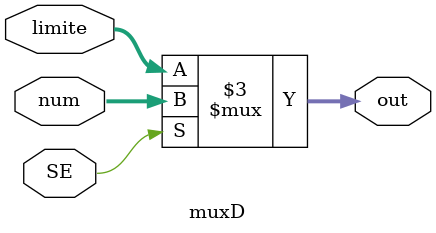
<source format=v>
module muxD (

	input SE,
	input [15:0] limite,
	input [15:0] num,
	output reg [15:0] out

);

always @(*)
begin
	if(SE)
		out = num;
	else 
		out=limite;
end

endmodule

</source>
